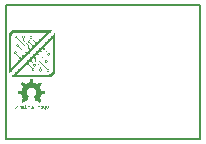
<source format=gbo>
G04 MADE WITH FRITZING*
G04 WWW.FRITZING.ORG*
G04 DOUBLE SIDED*
G04 HOLES PLATED*
G04 CONTOUR ON CENTER OF CONTOUR VECTOR*
%ASAXBY*%
%FSLAX23Y23*%
%MOIN*%
%OFA0B0*%
%SFA1.0B1.0*%
%ADD10R,0.653543X0.456693X0.637543X0.440693*%
%ADD11C,0.008000*%
%ADD12R,0.001000X0.001000*%
%LNSILK0*%
G90*
G70*
G54D11*
X4Y453D02*
X650Y453D01*
X650Y4D01*
X4Y4D01*
X4Y453D01*
D02*
G36*
X151Y368D02*
X151Y368D01*
X154Y368D01*
X154Y367D01*
X156Y367D01*
X156Y366D01*
X157Y366D01*
X157Y366D01*
X156Y366D01*
X156Y365D01*
X155Y365D01*
X155Y364D01*
X154Y364D01*
X154Y363D01*
X154Y363D01*
X154Y363D01*
X153Y363D01*
X153Y362D01*
X152Y362D01*
X152Y361D01*
X152Y361D01*
X152Y360D01*
X35Y360D01*
X35Y360D01*
X32Y360D01*
X32Y359D01*
X30Y359D01*
X30Y358D01*
X29Y358D01*
X29Y358D01*
X27Y358D01*
X27Y357D01*
X27Y357D01*
X27Y356D01*
X26Y356D01*
X26Y355D01*
X25Y355D01*
X25Y355D01*
X24Y355D01*
X24Y354D01*
X24Y354D01*
X24Y353D01*
X23Y353D01*
X23Y352D01*
X22Y352D01*
X22Y351D01*
X22Y351D01*
X22Y350D01*
X21Y350D01*
X21Y347D01*
X20Y347D01*
X20Y241D01*
X12Y241D01*
X12Y354D01*
X13Y354D01*
X13Y356D01*
X14Y356D01*
X14Y358D01*
X14Y358D01*
X14Y359D01*
X15Y359D01*
X15Y360D01*
X16Y360D01*
X16Y361D01*
X17Y361D01*
X17Y362D01*
X17Y362D01*
X17Y363D01*
X18Y363D01*
X18Y363D01*
X19Y363D01*
X19Y364D01*
X20Y364D01*
X20Y365D01*
X21Y365D01*
X21Y366D01*
X22Y366D01*
X22Y366D01*
X24Y366D01*
X24Y367D01*
X26Y367D01*
X26Y368D01*
X29Y368D01*
X29Y368D01*
X151Y368D01*
G37*
D02*
G36*
X151Y360D02*
X151Y360D01*
X150Y360D01*
X150Y359D01*
X149Y359D01*
X149Y358D01*
X149Y358D01*
X149Y358D01*
X148Y358D01*
X148Y357D01*
X147Y357D01*
X147Y356D01*
X147Y356D01*
X147Y355D01*
X146Y355D01*
X146Y355D01*
X145Y355D01*
X145Y354D01*
X144Y354D01*
X144Y353D01*
X144Y353D01*
X144Y353D01*
X143Y353D01*
X143Y352D01*
X142Y352D01*
X142Y351D01*
X141Y351D01*
X141Y350D01*
X141Y350D01*
X141Y350D01*
X140Y350D01*
X140Y349D01*
X139Y349D01*
X139Y348D01*
X139Y348D01*
X139Y347D01*
X138Y347D01*
X138Y347D01*
X137Y347D01*
X137Y346D01*
X136Y346D01*
X136Y345D01*
X136Y345D01*
X136Y345D01*
X135Y345D01*
X135Y344D01*
X134Y344D01*
X134Y343D01*
X134Y343D01*
X134Y342D01*
X133Y342D01*
X133Y342D01*
X132Y342D01*
X132Y341D01*
X131Y341D01*
X131Y340D01*
X131Y340D01*
X131Y340D01*
X130Y340D01*
X130Y339D01*
X129Y339D01*
X129Y338D01*
X128Y338D01*
X128Y337D01*
X128Y337D01*
X128Y337D01*
X127Y337D01*
X127Y336D01*
X126Y336D01*
X126Y335D01*
X126Y335D01*
X126Y334D01*
X125Y334D01*
X125Y334D01*
X124Y334D01*
X124Y333D01*
X123Y333D01*
X123Y332D01*
X123Y332D01*
X123Y332D01*
X122Y332D01*
X122Y331D01*
X121Y331D01*
X121Y330D01*
X121Y330D01*
X121Y329D01*
X120Y329D01*
X120Y329D01*
X119Y329D01*
X119Y328D01*
X118Y328D01*
X118Y327D01*
X107Y327D01*
X107Y328D01*
X108Y328D01*
X108Y329D01*
X108Y329D01*
X108Y329D01*
X109Y329D01*
X109Y330D01*
X110Y330D01*
X110Y331D01*
X110Y331D01*
X110Y332D01*
X111Y332D01*
X111Y332D01*
X112Y332D01*
X112Y333D01*
X113Y333D01*
X113Y334D01*
X113Y334D01*
X113Y334D01*
X114Y334D01*
X114Y335D01*
X115Y335D01*
X115Y336D01*
X115Y336D01*
X115Y337D01*
X116Y337D01*
X116Y337D01*
X117Y337D01*
X117Y338D01*
X118Y338D01*
X118Y339D01*
X118Y339D01*
X118Y340D01*
X119Y340D01*
X119Y340D01*
X120Y340D01*
X120Y341D01*
X121Y341D01*
X121Y342D01*
X121Y342D01*
X121Y342D01*
X122Y342D01*
X122Y343D01*
X123Y343D01*
X123Y344D01*
X123Y344D01*
X123Y345D01*
X124Y345D01*
X124Y345D01*
X125Y345D01*
X125Y346D01*
X126Y346D01*
X126Y347D01*
X126Y347D01*
X126Y347D01*
X127Y347D01*
X127Y348D01*
X128Y348D01*
X128Y349D01*
X128Y349D01*
X128Y350D01*
X129Y350D01*
X129Y350D01*
X130Y350D01*
X130Y351D01*
X131Y351D01*
X131Y352D01*
X131Y352D01*
X131Y353D01*
X132Y353D01*
X132Y353D01*
X133Y353D01*
X133Y354D01*
X134Y354D01*
X134Y355D01*
X134Y355D01*
X134Y355D01*
X135Y355D01*
X135Y356D01*
X136Y356D01*
X136Y357D01*
X136Y357D01*
X136Y358D01*
X137Y358D01*
X137Y358D01*
X138Y358D01*
X138Y359D01*
X139Y359D01*
X139Y360D01*
X151Y360D01*
G37*
D02*
G36*
X38Y350D02*
X38Y350D01*
X39Y350D01*
X39Y349D01*
X40Y349D01*
X40Y348D01*
X35Y348D01*
X35Y347D01*
X34Y347D01*
X34Y345D01*
X35Y345D01*
X35Y344D01*
X32Y344D01*
X32Y345D01*
X32Y345D01*
X32Y347D01*
X32Y347D01*
X32Y349D01*
X33Y349D01*
X33Y350D01*
X34Y350D01*
X34Y350D01*
X38Y350D01*
G37*
D02*
G36*
X64Y350D02*
X64Y349D01*
X65Y349D01*
X65Y348D01*
X66Y348D01*
X66Y347D01*
X61Y347D01*
X61Y347D01*
X60Y347D01*
X60Y344D01*
X61Y344D01*
X61Y343D01*
X58Y343D01*
X58Y347D01*
X58Y347D01*
X58Y348D01*
X59Y348D01*
X59Y349D01*
X60Y349D01*
X60Y350D01*
X64Y350D01*
G37*
D02*
G36*
X88Y348D02*
X88Y347D01*
X89Y347D01*
X89Y347D01*
X90Y347D01*
X90Y346D01*
X85Y346D01*
X85Y345D01*
X84Y345D01*
X84Y342D01*
X85Y342D01*
X85Y342D01*
X82Y342D01*
X82Y343D01*
X82Y343D01*
X82Y345D01*
X82Y345D01*
X82Y346D01*
X83Y346D01*
X83Y347D01*
X84Y347D01*
X84Y347D01*
X84Y347D01*
X84Y348D01*
X88Y348D01*
G37*
D02*
G36*
X40Y348D02*
X40Y344D01*
X37Y344D01*
X37Y345D01*
X38Y345D01*
X38Y347D01*
X37Y347D01*
X37Y348D01*
X40Y348D01*
G37*
D02*
G36*
X66Y347D02*
X66Y343D01*
X63Y343D01*
X63Y344D01*
X64Y344D01*
X64Y347D01*
X63Y347D01*
X63Y347D01*
X66Y347D01*
G37*
D02*
G36*
X90Y346D02*
X90Y345D01*
X91Y345D01*
X91Y342D01*
X90Y342D01*
X90Y342D01*
X88Y342D01*
X88Y343D01*
X89Y343D01*
X89Y345D01*
X88Y345D01*
X88Y345D01*
X87Y345D01*
X87Y346D01*
X90Y346D01*
G37*
D02*
G36*
X40Y344D02*
X40Y343D01*
X32Y343D01*
X32Y344D01*
X40Y344D01*
G37*
D02*
G36*
X40Y344D02*
X40Y343D01*
X32Y343D01*
X32Y344D01*
X40Y344D01*
G37*
D02*
G36*
X66Y343D02*
X66Y342D01*
X58Y342D01*
X58Y343D01*
X66Y343D01*
G37*
D02*
G36*
X66Y343D02*
X66Y342D01*
X58Y342D01*
X58Y343D01*
X66Y343D01*
G37*
D02*
G36*
X40Y343D02*
X40Y342D01*
X41Y342D01*
X41Y342D01*
X42Y342D01*
X42Y341D01*
X43Y341D01*
X43Y340D01*
X43Y340D01*
X43Y340D01*
X44Y340D01*
X44Y339D01*
X45Y339D01*
X45Y338D01*
X45Y338D01*
X45Y337D01*
X46Y337D01*
X46Y337D01*
X47Y337D01*
X47Y336D01*
X48Y336D01*
X48Y335D01*
X48Y335D01*
X48Y334D01*
X49Y334D01*
X49Y334D01*
X50Y334D01*
X50Y333D01*
X50Y333D01*
X50Y332D01*
X51Y332D01*
X51Y332D01*
X52Y332D01*
X52Y331D01*
X53Y331D01*
X53Y330D01*
X53Y330D01*
X53Y329D01*
X54Y329D01*
X54Y329D01*
X55Y329D01*
X55Y328D01*
X56Y328D01*
X56Y327D01*
X56Y327D01*
X56Y327D01*
X57Y327D01*
X57Y326D01*
X58Y326D01*
X58Y325D01*
X58Y325D01*
X58Y324D01*
X59Y324D01*
X59Y324D01*
X60Y324D01*
X60Y323D01*
X61Y323D01*
X61Y322D01*
X61Y322D01*
X61Y321D01*
X62Y321D01*
X62Y321D01*
X63Y321D01*
X63Y320D01*
X63Y320D01*
X63Y319D01*
X64Y319D01*
X64Y319D01*
X65Y319D01*
X65Y318D01*
X66Y318D01*
X66Y317D01*
X66Y317D01*
X66Y316D01*
X67Y316D01*
X67Y300D01*
X68Y300D01*
X68Y296D01*
X66Y296D01*
X66Y316D01*
X65Y316D01*
X65Y316D01*
X64Y316D01*
X64Y317D01*
X63Y317D01*
X63Y318D01*
X63Y318D01*
X63Y319D01*
X62Y319D01*
X62Y319D01*
X61Y319D01*
X61Y320D01*
X61Y320D01*
X61Y321D01*
X60Y321D01*
X60Y321D01*
X59Y321D01*
X59Y322D01*
X58Y322D01*
X58Y323D01*
X58Y323D01*
X58Y324D01*
X57Y324D01*
X57Y324D01*
X56Y324D01*
X56Y325D01*
X56Y325D01*
X56Y326D01*
X55Y326D01*
X55Y327D01*
X54Y327D01*
X54Y327D01*
X53Y327D01*
X53Y328D01*
X53Y328D01*
X53Y329D01*
X52Y329D01*
X52Y329D01*
X51Y329D01*
X51Y330D01*
X50Y330D01*
X50Y331D01*
X50Y331D01*
X50Y332D01*
X49Y332D01*
X49Y332D01*
X48Y332D01*
X48Y333D01*
X48Y333D01*
X48Y334D01*
X47Y334D01*
X47Y334D01*
X46Y334D01*
X46Y335D01*
X45Y335D01*
X45Y336D01*
X45Y336D01*
X45Y337D01*
X44Y337D01*
X44Y337D01*
X43Y337D01*
X43Y338D01*
X43Y338D01*
X43Y339D01*
X42Y339D01*
X42Y340D01*
X41Y340D01*
X41Y340D01*
X40Y340D01*
X40Y341D01*
X40Y341D01*
X40Y342D01*
X34Y342D01*
X34Y342D01*
X33Y342D01*
X33Y343D01*
X40Y343D01*
G37*
D02*
G36*
X65Y342D02*
X65Y342D01*
X64Y342D01*
X64Y341D01*
X62Y341D01*
X62Y335D01*
X63Y335D01*
X63Y334D01*
X63Y334D01*
X63Y334D01*
X64Y334D01*
X64Y333D01*
X65Y333D01*
X65Y332D01*
X66Y332D01*
X66Y332D01*
X66Y332D01*
X66Y331D01*
X67Y331D01*
X67Y330D01*
X68Y330D01*
X68Y329D01*
X69Y329D01*
X69Y329D01*
X69Y329D01*
X69Y328D01*
X70Y328D01*
X70Y327D01*
X71Y327D01*
X71Y327D01*
X71Y327D01*
X71Y326D01*
X72Y326D01*
X72Y325D01*
X73Y325D01*
X73Y324D01*
X74Y324D01*
X74Y324D01*
X74Y324D01*
X74Y323D01*
X75Y323D01*
X75Y322D01*
X76Y322D01*
X76Y321D01*
X76Y321D01*
X76Y321D01*
X77Y321D01*
X77Y320D01*
X78Y320D01*
X78Y319D01*
X79Y319D01*
X79Y319D01*
X79Y319D01*
X79Y308D01*
X78Y308D01*
X78Y317D01*
X77Y317D01*
X77Y318D01*
X76Y318D01*
X76Y319D01*
X76Y319D01*
X76Y319D01*
X75Y319D01*
X75Y320D01*
X74Y320D01*
X74Y321D01*
X74Y321D01*
X74Y321D01*
X73Y321D01*
X73Y322D01*
X72Y322D01*
X72Y323D01*
X71Y323D01*
X71Y324D01*
X71Y324D01*
X71Y324D01*
X70Y324D01*
X70Y325D01*
X69Y325D01*
X69Y326D01*
X69Y326D01*
X69Y327D01*
X68Y327D01*
X68Y327D01*
X67Y327D01*
X67Y328D01*
X66Y328D01*
X66Y329D01*
X66Y329D01*
X66Y329D01*
X65Y329D01*
X65Y330D01*
X64Y330D01*
X64Y331D01*
X63Y331D01*
X63Y332D01*
X63Y332D01*
X63Y332D01*
X62Y332D01*
X62Y333D01*
X61Y333D01*
X61Y334D01*
X61Y334D01*
X61Y341D01*
X60Y341D01*
X60Y342D01*
X59Y342D01*
X59Y342D01*
X65Y342D01*
G37*
D02*
G36*
X90Y342D02*
X90Y341D01*
X82Y341D01*
X82Y342D01*
X90Y342D01*
G37*
D02*
G36*
X90Y342D02*
X90Y341D01*
X82Y341D01*
X82Y342D01*
X90Y342D01*
G37*
D02*
G36*
X90Y341D02*
X90Y340D01*
X87Y340D01*
X87Y339D01*
X86Y339D01*
X86Y340D01*
X84Y340D01*
X84Y340D01*
X83Y340D01*
X83Y341D01*
X90Y341D01*
G37*
D02*
G36*
X91Y340D02*
X91Y339D01*
X92Y339D01*
X92Y338D01*
X92Y338D01*
X92Y337D01*
X93Y337D01*
X93Y337D01*
X94Y337D01*
X94Y336D01*
X95Y336D01*
X95Y335D01*
X95Y335D01*
X95Y334D01*
X96Y334D01*
X96Y334D01*
X97Y334D01*
X97Y333D01*
X97Y333D01*
X97Y332D01*
X98Y332D01*
X98Y332D01*
X99Y332D01*
X99Y331D01*
X100Y331D01*
X100Y330D01*
X100Y330D01*
X100Y329D01*
X101Y329D01*
X101Y329D01*
X99Y329D01*
X99Y329D01*
X98Y329D01*
X98Y330D01*
X97Y330D01*
X97Y331D01*
X97Y331D01*
X97Y332D01*
X96Y332D01*
X96Y332D01*
X95Y332D01*
X95Y333D01*
X95Y333D01*
X95Y334D01*
X94Y334D01*
X94Y334D01*
X93Y334D01*
X93Y335D01*
X92Y335D01*
X92Y336D01*
X92Y336D01*
X92Y337D01*
X91Y337D01*
X91Y337D01*
X90Y337D01*
X90Y338D01*
X89Y338D01*
X89Y339D01*
X89Y339D01*
X89Y340D01*
X91Y340D01*
G37*
D02*
G36*
X83Y334D02*
X83Y333D01*
X84Y333D01*
X84Y332D01*
X84Y332D01*
X84Y332D01*
X79Y332D01*
X79Y331D01*
X79Y331D01*
X79Y328D01*
X79Y328D01*
X79Y327D01*
X76Y327D01*
X76Y332D01*
X77Y332D01*
X77Y332D01*
X78Y332D01*
X78Y333D01*
X79Y333D01*
X79Y334D01*
X83Y334D01*
G37*
D02*
G36*
X85Y332D02*
X85Y327D01*
X82Y327D01*
X82Y328D01*
X83Y328D01*
X83Y331D01*
X82Y331D01*
X82Y332D01*
X85Y332D01*
G37*
D02*
G36*
X104Y329D02*
X104Y329D01*
X102Y329D01*
X102Y329D01*
X104Y329D01*
G37*
D02*
G36*
X105Y329D02*
X105Y328D01*
X100Y328D01*
X100Y329D01*
X105Y329D01*
G37*
D02*
G36*
X105Y329D02*
X105Y328D01*
X100Y328D01*
X100Y329D01*
X105Y329D01*
G37*
D02*
G36*
X105Y328D02*
X105Y327D01*
X100Y327D01*
X100Y328D01*
X105Y328D01*
G37*
D02*
G36*
X118Y327D02*
X118Y327D01*
X100Y327D01*
X100Y327D01*
X118Y327D01*
G37*
D02*
G36*
X118Y327D02*
X118Y327D01*
X100Y327D01*
X100Y327D01*
X118Y327D01*
G37*
D02*
G36*
X84Y327D02*
X84Y327D01*
X77Y327D01*
X77Y327D01*
X84Y327D01*
G37*
D02*
G36*
X84Y327D02*
X84Y327D01*
X77Y327D01*
X77Y327D01*
X84Y327D01*
G37*
D02*
G36*
X117Y327D02*
X117Y326D01*
X116Y326D01*
X116Y325D01*
X115Y325D01*
X115Y324D01*
X115Y324D01*
X115Y324D01*
X114Y324D01*
X114Y323D01*
X113Y323D01*
X113Y322D01*
X113Y322D01*
X113Y321D01*
X112Y321D01*
X112Y321D01*
X111Y321D01*
X111Y320D01*
X110Y320D01*
X110Y319D01*
X110Y319D01*
X110Y319D01*
X109Y319D01*
X109Y318D01*
X108Y318D01*
X108Y317D01*
X97Y317D01*
X97Y318D01*
X97Y318D01*
X97Y319D01*
X98Y319D01*
X98Y319D01*
X99Y319D01*
X99Y320D01*
X100Y320D01*
X100Y321D01*
X100Y321D01*
X100Y321D01*
X101Y321D01*
X101Y324D01*
X100Y324D01*
X100Y324D01*
X100Y324D01*
X100Y325D01*
X99Y325D01*
X99Y326D01*
X100Y326D01*
X100Y327D01*
X117Y327D01*
G37*
D02*
G36*
X84Y327D02*
X84Y326D01*
X85Y326D01*
X85Y325D01*
X86Y325D01*
X86Y324D01*
X87Y324D01*
X87Y324D01*
X87Y324D01*
X87Y323D01*
X88Y323D01*
X88Y322D01*
X89Y322D01*
X89Y321D01*
X89Y321D01*
X89Y321D01*
X90Y321D01*
X90Y320D01*
X91Y320D01*
X91Y319D01*
X89Y319D01*
X89Y320D01*
X88Y320D01*
X88Y321D01*
X87Y321D01*
X87Y321D01*
X87Y321D01*
X87Y322D01*
X86Y322D01*
X86Y323D01*
X85Y323D01*
X85Y324D01*
X84Y324D01*
X84Y324D01*
X84Y324D01*
X84Y325D01*
X79Y325D01*
X79Y326D01*
X78Y326D01*
X78Y327D01*
X84Y327D01*
G37*
D02*
G36*
X45Y321D02*
X45Y321D01*
X45Y321D01*
X45Y320D01*
X46Y320D01*
X46Y319D01*
X41Y319D01*
X41Y319D01*
X40Y319D01*
X40Y316D01*
X41Y316D01*
X41Y315D01*
X38Y315D01*
X38Y319D01*
X39Y319D01*
X39Y320D01*
X40Y320D01*
X40Y321D01*
X40Y321D01*
X40Y321D01*
X45Y321D01*
G37*
D02*
G36*
X93Y320D02*
X93Y319D01*
X92Y319D01*
X92Y320D01*
X93Y320D01*
G37*
D02*
G36*
X94Y319D02*
X94Y319D01*
X89Y319D01*
X89Y319D01*
X94Y319D01*
G37*
D02*
G36*
X94Y319D02*
X94Y319D01*
X89Y319D01*
X89Y319D01*
X94Y319D01*
G37*
D02*
G36*
X46Y319D02*
X46Y319D01*
X47Y319D01*
X47Y315D01*
X44Y315D01*
X44Y316D01*
X45Y316D01*
X45Y318D01*
X44Y318D01*
X44Y319D01*
X43Y319D01*
X43Y319D01*
X46Y319D01*
G37*
D02*
G36*
X95Y319D02*
X95Y318D01*
X95Y318D01*
X95Y317D01*
X90Y317D01*
X90Y319D01*
X95Y319D01*
G37*
D02*
G36*
X108Y317D02*
X108Y316D01*
X89Y316D01*
X89Y317D01*
X108Y317D01*
G37*
D02*
G36*
X108Y317D02*
X108Y316D01*
X89Y316D01*
X89Y317D01*
X108Y317D01*
G37*
D02*
G36*
X107Y316D02*
X107Y316D01*
X106Y316D01*
X106Y315D01*
X105Y315D01*
X105Y314D01*
X105Y314D01*
X105Y314D01*
X104Y314D01*
X104Y313D01*
X103Y313D01*
X103Y312D01*
X102Y312D01*
X102Y311D01*
X102Y311D01*
X102Y311D01*
X101Y311D01*
X101Y310D01*
X100Y310D01*
X100Y309D01*
X100Y309D01*
X100Y308D01*
X99Y308D01*
X99Y308D01*
X98Y308D01*
X98Y307D01*
X97Y307D01*
X97Y306D01*
X86Y306D01*
X86Y307D01*
X87Y307D01*
X87Y308D01*
X87Y308D01*
X87Y308D01*
X88Y308D01*
X88Y309D01*
X89Y309D01*
X89Y310D01*
X89Y310D01*
X89Y311D01*
X90Y311D01*
X90Y311D01*
X91Y311D01*
X91Y312D01*
X92Y312D01*
X92Y313D01*
X91Y313D01*
X91Y314D01*
X90Y314D01*
X90Y314D01*
X89Y314D01*
X89Y315D01*
X89Y315D01*
X89Y316D01*
X107Y316D01*
G37*
D02*
G36*
X46Y315D02*
X46Y314D01*
X39Y314D01*
X39Y315D01*
X46Y315D01*
G37*
D02*
G36*
X46Y315D02*
X46Y314D01*
X39Y314D01*
X39Y315D01*
X46Y315D01*
G37*
D02*
G36*
X47Y314D02*
X47Y314D01*
X48Y314D01*
X48Y313D01*
X48Y313D01*
X48Y312D01*
X49Y312D01*
X49Y311D01*
X50Y311D01*
X50Y311D01*
X50Y311D01*
X50Y310D01*
X51Y310D01*
X51Y309D01*
X52Y309D01*
X52Y308D01*
X53Y308D01*
X53Y308D01*
X53Y308D01*
X53Y307D01*
X54Y307D01*
X54Y306D01*
X55Y306D01*
X55Y306D01*
X56Y306D01*
X56Y305D01*
X56Y305D01*
X56Y304D01*
X57Y304D01*
X57Y287D01*
X58Y287D01*
X58Y286D01*
X56Y286D01*
X56Y303D01*
X55Y303D01*
X55Y303D01*
X54Y303D01*
X54Y304D01*
X53Y304D01*
X53Y305D01*
X53Y305D01*
X53Y306D01*
X52Y306D01*
X52Y306D01*
X51Y306D01*
X51Y307D01*
X50Y307D01*
X50Y308D01*
X50Y308D01*
X50Y308D01*
X49Y308D01*
X49Y309D01*
X48Y309D01*
X48Y310D01*
X48Y310D01*
X48Y311D01*
X47Y311D01*
X47Y311D01*
X46Y311D01*
X46Y312D01*
X45Y312D01*
X45Y313D01*
X40Y313D01*
X40Y314D01*
X39Y314D01*
X39Y314D01*
X47Y314D01*
G37*
D02*
G36*
X82Y309D02*
X82Y308D01*
X83Y308D01*
X83Y308D01*
X81Y308D01*
X81Y308D01*
X82Y308D01*
X82Y309D01*
X82Y309D01*
G37*
D02*
G36*
X84Y308D02*
X84Y307D01*
X78Y307D01*
X78Y308D01*
X84Y308D01*
G37*
D02*
G36*
X84Y308D02*
X84Y307D01*
X78Y307D01*
X78Y308D01*
X84Y308D01*
G37*
D02*
G36*
X84Y307D02*
X84Y306D01*
X78Y306D01*
X78Y307D01*
X84Y307D01*
G37*
D02*
G36*
X97Y306D02*
X97Y306D01*
X79Y306D01*
X79Y306D01*
X97Y306D01*
G37*
D02*
G36*
X97Y306D02*
X97Y306D01*
X79Y306D01*
X79Y306D01*
X97Y306D01*
G37*
D02*
G36*
X96Y306D02*
X96Y305D01*
X95Y305D01*
X95Y304D01*
X95Y304D01*
X95Y303D01*
X94Y303D01*
X94Y303D01*
X93Y303D01*
X93Y302D01*
X92Y302D01*
X92Y301D01*
X92Y301D01*
X92Y301D01*
X91Y301D01*
X91Y300D01*
X90Y300D01*
X90Y299D01*
X89Y299D01*
X89Y298D01*
X89Y298D01*
X89Y298D01*
X88Y298D01*
X88Y297D01*
X87Y297D01*
X87Y296D01*
X87Y296D01*
X87Y295D01*
X86Y295D01*
X86Y295D01*
X74Y295D01*
X74Y295D01*
X75Y295D01*
X75Y296D01*
X76Y296D01*
X76Y297D01*
X76Y297D01*
X76Y298D01*
X77Y298D01*
X77Y298D01*
X78Y298D01*
X78Y299D01*
X79Y299D01*
X79Y300D01*
X79Y300D01*
X79Y301D01*
X80Y301D01*
X80Y303D01*
X79Y303D01*
X79Y303D01*
X79Y303D01*
X79Y304D01*
X78Y304D01*
X78Y306D01*
X96Y306D01*
G37*
D02*
G36*
X71Y298D02*
X71Y297D01*
X71Y297D01*
X71Y296D01*
X69Y296D01*
X69Y297D01*
X70Y297D01*
X70Y298D01*
X71Y298D01*
G37*
D02*
G36*
X35Y298D02*
X35Y297D01*
X37Y297D01*
X37Y296D01*
X37Y296D01*
X37Y295D01*
X38Y295D01*
X38Y295D01*
X32Y295D01*
X32Y291D01*
X30Y291D01*
X30Y292D01*
X30Y292D01*
X30Y294D01*
X30Y294D01*
X30Y295D01*
X31Y295D01*
X31Y296D01*
X32Y296D01*
X32Y297D01*
X33Y297D01*
X33Y298D01*
X35Y298D01*
G37*
D02*
G36*
X72Y296D02*
X72Y295D01*
X66Y295D01*
X66Y296D01*
X72Y296D01*
G37*
D02*
G36*
X72Y296D02*
X72Y295D01*
X66Y295D01*
X66Y296D01*
X72Y296D01*
G37*
D02*
G36*
X73Y295D02*
X73Y295D01*
X67Y295D01*
X67Y295D01*
X73Y295D01*
G37*
D02*
G36*
X85Y295D02*
X85Y294D01*
X67Y294D01*
X67Y295D01*
X85Y295D01*
G37*
D02*
G36*
X85Y295D02*
X85Y294D01*
X67Y294D01*
X67Y295D01*
X85Y295D01*
G37*
D02*
G36*
X38Y295D02*
X38Y294D01*
X39Y294D01*
X39Y292D01*
X38Y292D01*
X38Y291D01*
X36Y291D01*
X36Y295D01*
X38Y295D01*
G37*
D02*
G36*
X84Y294D02*
X84Y293D01*
X84Y293D01*
X84Y293D01*
X83Y293D01*
X83Y292D01*
X82Y292D01*
X82Y291D01*
X82Y291D01*
X82Y290D01*
X81Y290D01*
X81Y290D01*
X80Y290D01*
X80Y289D01*
X79Y289D01*
X79Y288D01*
X79Y288D01*
X79Y288D01*
X78Y288D01*
X78Y287D01*
X77Y287D01*
X77Y286D01*
X76Y286D01*
X76Y285D01*
X76Y285D01*
X76Y285D01*
X64Y285D01*
X64Y285D01*
X65Y285D01*
X65Y286D01*
X66Y286D01*
X66Y287D01*
X66Y287D01*
X66Y288D01*
X67Y288D01*
X67Y288D01*
X68Y288D01*
X68Y289D01*
X69Y289D01*
X69Y291D01*
X68Y291D01*
X68Y292D01*
X67Y292D01*
X67Y293D01*
X66Y293D01*
X66Y294D01*
X84Y294D01*
G37*
D02*
G36*
X38Y291D02*
X38Y290D01*
X30Y290D01*
X30Y291D01*
X38Y291D01*
G37*
D02*
G36*
X38Y291D02*
X38Y290D01*
X30Y290D01*
X30Y291D01*
X38Y291D01*
G37*
D02*
G36*
X37Y290D02*
X37Y290D01*
X38Y290D01*
X38Y289D01*
X35Y289D01*
X35Y288D01*
X33Y288D01*
X33Y289D01*
X32Y289D01*
X32Y290D01*
X31Y290D01*
X31Y290D01*
X37Y290D01*
G37*
D02*
G36*
X39Y289D02*
X39Y288D01*
X40Y288D01*
X40Y288D01*
X40Y288D01*
X40Y287D01*
X41Y287D01*
X41Y286D01*
X42Y286D01*
X42Y285D01*
X43Y285D01*
X43Y285D01*
X43Y285D01*
X43Y284D01*
X44Y284D01*
X44Y283D01*
X45Y283D01*
X45Y282D01*
X45Y282D01*
X45Y282D01*
X46Y282D01*
X46Y281D01*
X47Y281D01*
X47Y280D01*
X48Y280D01*
X48Y280D01*
X48Y280D01*
X48Y279D01*
X49Y279D01*
X49Y278D01*
X46Y278D01*
X46Y279D01*
X45Y279D01*
X45Y280D01*
X45Y280D01*
X45Y280D01*
X44Y280D01*
X44Y281D01*
X43Y281D01*
X43Y282D01*
X43Y282D01*
X43Y282D01*
X42Y282D01*
X42Y283D01*
X41Y283D01*
X41Y284D01*
X40Y284D01*
X40Y285D01*
X40Y285D01*
X40Y285D01*
X39Y285D01*
X39Y286D01*
X38Y286D01*
X38Y287D01*
X37Y287D01*
X37Y288D01*
X37Y288D01*
X37Y288D01*
X36Y288D01*
X36Y289D01*
X39Y289D01*
G37*
D02*
G36*
X61Y287D02*
X61Y286D01*
X59Y286D01*
X59Y287D01*
X61Y287D01*
G37*
D02*
G36*
X61Y286D02*
X61Y285D01*
X56Y285D01*
X56Y286D01*
X61Y286D01*
G37*
D02*
G36*
X61Y286D02*
X61Y285D01*
X56Y285D01*
X56Y286D01*
X61Y286D01*
G37*
D02*
G36*
X62Y285D02*
X62Y285D01*
X57Y285D01*
X57Y285D01*
X62Y285D01*
G37*
D02*
G36*
X75Y285D02*
X75Y284D01*
X57Y284D01*
X57Y285D01*
X75Y285D01*
G37*
D02*
G36*
X75Y285D02*
X75Y284D01*
X57Y284D01*
X57Y285D01*
X75Y285D01*
G37*
D02*
G36*
X74Y284D02*
X74Y283D01*
X74Y283D01*
X74Y282D01*
X73Y282D01*
X73Y282D01*
X72Y282D01*
X72Y281D01*
X71Y281D01*
X71Y280D01*
X71Y280D01*
X71Y280D01*
X70Y280D01*
X70Y279D01*
X69Y279D01*
X69Y278D01*
X69Y278D01*
X69Y277D01*
X68Y277D01*
X68Y277D01*
X67Y277D01*
X67Y276D01*
X56Y276D01*
X56Y277D01*
X56Y277D01*
X56Y277D01*
X57Y277D01*
X57Y278D01*
X58Y278D01*
X58Y279D01*
X58Y279D01*
X58Y281D01*
X58Y281D01*
X58Y282D01*
X57Y282D01*
X57Y282D01*
X56Y282D01*
X56Y284D01*
X74Y284D01*
G37*
D02*
G36*
X51Y279D02*
X51Y278D01*
X50Y278D01*
X50Y279D01*
X51Y279D01*
G37*
D02*
G36*
X52Y278D02*
X52Y277D01*
X47Y277D01*
X47Y278D01*
X52Y278D01*
G37*
D02*
G36*
X52Y278D02*
X52Y277D01*
X47Y277D01*
X47Y278D01*
X52Y278D01*
G37*
D02*
G36*
X53Y277D02*
X53Y277D01*
X53Y277D01*
X53Y276D01*
X48Y276D01*
X48Y277D01*
X48Y277D01*
X48Y277D01*
X53Y277D01*
G37*
D02*
G36*
X66Y276D02*
X66Y275D01*
X48Y275D01*
X48Y276D01*
X66Y276D01*
G37*
D02*
G36*
X66Y276D02*
X66Y275D01*
X48Y275D01*
X48Y276D01*
X66Y276D01*
G37*
D02*
G36*
X66Y275D02*
X66Y275D01*
X65Y275D01*
X65Y274D01*
X64Y274D01*
X64Y273D01*
X63Y273D01*
X63Y272D01*
X63Y272D01*
X63Y272D01*
X62Y272D01*
X62Y271D01*
X61Y271D01*
X61Y270D01*
X61Y270D01*
X61Y269D01*
X60Y269D01*
X60Y269D01*
X59Y269D01*
X59Y268D01*
X58Y268D01*
X58Y267D01*
X58Y267D01*
X58Y267D01*
X57Y267D01*
X57Y266D01*
X56Y266D01*
X56Y265D01*
X56Y265D01*
X56Y264D01*
X55Y264D01*
X55Y264D01*
X54Y264D01*
X54Y263D01*
X53Y263D01*
X53Y262D01*
X53Y262D01*
X53Y262D01*
X52Y262D01*
X52Y261D01*
X51Y261D01*
X51Y260D01*
X50Y260D01*
X50Y259D01*
X50Y259D01*
X50Y259D01*
X49Y259D01*
X49Y258D01*
X48Y258D01*
X48Y257D01*
X48Y257D01*
X48Y256D01*
X47Y256D01*
X47Y256D01*
X46Y256D01*
X46Y255D01*
X45Y255D01*
X45Y254D01*
X45Y254D01*
X45Y254D01*
X44Y254D01*
X44Y253D01*
X43Y253D01*
X43Y252D01*
X43Y252D01*
X43Y251D01*
X42Y251D01*
X42Y251D01*
X41Y251D01*
X41Y250D01*
X40Y250D01*
X40Y249D01*
X40Y249D01*
X40Y249D01*
X39Y249D01*
X39Y248D01*
X38Y248D01*
X38Y247D01*
X37Y247D01*
X37Y246D01*
X37Y246D01*
X37Y246D01*
X36Y246D01*
X36Y245D01*
X35Y245D01*
X35Y244D01*
X35Y244D01*
X35Y243D01*
X34Y243D01*
X34Y243D01*
X33Y243D01*
X33Y242D01*
X32Y242D01*
X32Y241D01*
X21Y241D01*
X21Y242D01*
X22Y242D01*
X22Y243D01*
X22Y243D01*
X22Y243D01*
X23Y243D01*
X23Y244D01*
X24Y244D01*
X24Y245D01*
X24Y245D01*
X24Y246D01*
X25Y246D01*
X25Y246D01*
X26Y246D01*
X26Y247D01*
X27Y247D01*
X27Y248D01*
X27Y248D01*
X27Y249D01*
X28Y249D01*
X28Y249D01*
X29Y249D01*
X29Y250D01*
X30Y250D01*
X30Y251D01*
X30Y251D01*
X30Y251D01*
X31Y251D01*
X31Y252D01*
X32Y252D01*
X32Y253D01*
X32Y253D01*
X32Y254D01*
X33Y254D01*
X33Y254D01*
X34Y254D01*
X34Y255D01*
X35Y255D01*
X35Y256D01*
X35Y256D01*
X35Y256D01*
X36Y256D01*
X36Y257D01*
X37Y257D01*
X37Y258D01*
X37Y258D01*
X37Y259D01*
X38Y259D01*
X38Y259D01*
X39Y259D01*
X39Y260D01*
X40Y260D01*
X40Y261D01*
X40Y261D01*
X40Y262D01*
X41Y262D01*
X41Y262D01*
X42Y262D01*
X42Y263D01*
X43Y263D01*
X43Y264D01*
X43Y264D01*
X43Y264D01*
X44Y264D01*
X44Y265D01*
X45Y265D01*
X45Y266D01*
X45Y266D01*
X45Y267D01*
X46Y267D01*
X46Y267D01*
X47Y267D01*
X47Y268D01*
X48Y268D01*
X48Y269D01*
X48Y269D01*
X48Y269D01*
X49Y269D01*
X49Y270D01*
X50Y270D01*
X50Y272D01*
X49Y272D01*
X49Y272D01*
X48Y272D01*
X48Y273D01*
X48Y273D01*
X48Y274D01*
X47Y274D01*
X47Y275D01*
X66Y275D01*
G37*
D02*
G36*
X32Y241D02*
X32Y241D01*
X12Y241D01*
X12Y241D01*
X32Y241D01*
G37*
D02*
G36*
X32Y241D02*
X32Y241D01*
X12Y241D01*
X12Y241D01*
X32Y241D01*
G37*
D02*
G36*
X31Y241D02*
X31Y240D01*
X30Y240D01*
X30Y239D01*
X30Y239D01*
X30Y238D01*
X29Y238D01*
X29Y238D01*
X28Y238D01*
X28Y237D01*
X27Y237D01*
X27Y236D01*
X27Y236D01*
X27Y236D01*
X26Y236D01*
X26Y235D01*
X25Y235D01*
X25Y234D01*
X24Y234D01*
X24Y233D01*
X24Y233D01*
X24Y233D01*
X23Y233D01*
X23Y232D01*
X22Y232D01*
X22Y231D01*
X22Y231D01*
X22Y230D01*
X21Y230D01*
X21Y230D01*
X20Y230D01*
X20Y229D01*
X19Y229D01*
X19Y228D01*
X19Y228D01*
X19Y228D01*
X18Y228D01*
X18Y227D01*
X17Y227D01*
X17Y226D01*
X17Y226D01*
X17Y225D01*
X16Y225D01*
X16Y225D01*
X15Y225D01*
X15Y224D01*
X14Y224D01*
X14Y223D01*
X14Y223D01*
X14Y225D01*
X13Y225D01*
X13Y227D01*
X12Y227D01*
X12Y241D01*
X31Y241D01*
G37*
D02*
G36*
X166Y357D02*
X166Y356D01*
X167Y356D01*
X167Y355D01*
X167Y355D01*
X167Y351D01*
X168Y351D01*
X168Y339D01*
X159Y339D01*
X159Y338D01*
X158Y338D01*
X158Y337D01*
X157Y337D01*
X157Y337D01*
X157Y337D01*
X157Y336D01*
X156Y336D01*
X156Y335D01*
X155Y335D01*
X155Y334D01*
X154Y334D01*
X154Y334D01*
X154Y334D01*
X154Y333D01*
X153Y333D01*
X153Y332D01*
X152Y332D01*
X152Y332D01*
X152Y332D01*
X152Y331D01*
X151Y331D01*
X151Y330D01*
X150Y330D01*
X150Y329D01*
X149Y329D01*
X149Y329D01*
X149Y329D01*
X149Y328D01*
X148Y328D01*
X148Y327D01*
X147Y327D01*
X147Y327D01*
X147Y327D01*
X147Y326D01*
X146Y326D01*
X146Y325D01*
X145Y325D01*
X145Y324D01*
X144Y324D01*
X144Y324D01*
X144Y324D01*
X144Y323D01*
X143Y323D01*
X143Y322D01*
X142Y322D01*
X142Y321D01*
X141Y321D01*
X141Y321D01*
X141Y321D01*
X141Y320D01*
X140Y320D01*
X140Y319D01*
X139Y319D01*
X139Y319D01*
X139Y319D01*
X139Y318D01*
X138Y318D01*
X138Y317D01*
X137Y317D01*
X137Y316D01*
X136Y316D01*
X136Y316D01*
X136Y316D01*
X136Y315D01*
X135Y315D01*
X135Y314D01*
X134Y314D01*
X134Y314D01*
X134Y314D01*
X134Y313D01*
X133Y313D01*
X133Y312D01*
X132Y312D01*
X132Y311D01*
X131Y311D01*
X131Y311D01*
X131Y311D01*
X131Y310D01*
X130Y310D01*
X130Y308D01*
X131Y308D01*
X131Y308D01*
X131Y308D01*
X131Y307D01*
X132Y307D01*
X132Y306D01*
X133Y306D01*
X133Y305D01*
X125Y305D01*
X125Y304D01*
X124Y304D01*
X124Y303D01*
X123Y303D01*
X123Y303D01*
X123Y303D01*
X123Y302D01*
X122Y302D01*
X122Y301D01*
X121Y301D01*
X121Y300D01*
X122Y300D01*
X122Y299D01*
X123Y299D01*
X123Y298D01*
X123Y298D01*
X123Y298D01*
X124Y298D01*
X124Y297D01*
X123Y297D01*
X123Y296D01*
X116Y296D01*
X116Y295D01*
X115Y295D01*
X115Y295D01*
X115Y295D01*
X115Y294D01*
X114Y294D01*
X114Y293D01*
X113Y293D01*
X113Y293D01*
X113Y293D01*
X113Y292D01*
X112Y292D01*
X112Y291D01*
X111Y291D01*
X111Y290D01*
X112Y290D01*
X112Y289D01*
X113Y289D01*
X113Y288D01*
X113Y288D01*
X113Y288D01*
X114Y288D01*
X114Y287D01*
X113Y287D01*
X113Y286D01*
X106Y286D01*
X106Y285D01*
X105Y285D01*
X105Y285D01*
X105Y285D01*
X105Y284D01*
X104Y284D01*
X104Y283D01*
X103Y283D01*
X103Y282D01*
X102Y282D01*
X102Y282D01*
X102Y282D01*
X102Y281D01*
X101Y281D01*
X101Y280D01*
X100Y280D01*
X100Y280D01*
X100Y280D01*
X100Y278D01*
X100Y278D01*
X100Y277D01*
X101Y277D01*
X101Y277D01*
X102Y277D01*
X102Y276D01*
X102Y276D01*
X102Y275D01*
X102Y275D01*
X102Y275D01*
X95Y275D01*
X95Y274D01*
X94Y274D01*
X94Y273D01*
X93Y273D01*
X93Y272D01*
X92Y272D01*
X92Y272D01*
X92Y272D01*
X92Y271D01*
X91Y271D01*
X91Y270D01*
X90Y270D01*
X90Y269D01*
X89Y269D01*
X89Y269D01*
X89Y269D01*
X89Y267D01*
X89Y267D01*
X89Y266D01*
X90Y266D01*
X90Y265D01*
X91Y265D01*
X91Y264D01*
X90Y264D01*
X90Y263D01*
X83Y263D01*
X83Y262D01*
X82Y262D01*
X82Y262D01*
X82Y262D01*
X82Y261D01*
X81Y261D01*
X81Y260D01*
X80Y260D01*
X80Y259D01*
X79Y259D01*
X79Y259D01*
X79Y259D01*
X79Y257D01*
X79Y257D01*
X79Y256D01*
X80Y256D01*
X80Y256D01*
X81Y256D01*
X81Y254D01*
X80Y254D01*
X80Y254D01*
X74Y254D01*
X74Y253D01*
X73Y253D01*
X73Y252D01*
X72Y252D01*
X72Y251D01*
X71Y251D01*
X71Y251D01*
X71Y251D01*
X71Y250D01*
X70Y250D01*
X70Y249D01*
X69Y249D01*
X69Y249D01*
X69Y249D01*
X69Y248D01*
X68Y248D01*
X68Y247D01*
X67Y247D01*
X67Y246D01*
X66Y246D01*
X66Y246D01*
X66Y246D01*
X66Y245D01*
X65Y245D01*
X65Y244D01*
X64Y244D01*
X64Y243D01*
X63Y243D01*
X63Y243D01*
X63Y243D01*
X63Y242D01*
X62Y242D01*
X62Y241D01*
X61Y241D01*
X61Y241D01*
X61Y241D01*
X61Y240D01*
X60Y240D01*
X60Y239D01*
X59Y239D01*
X59Y238D01*
X58Y238D01*
X58Y238D01*
X58Y238D01*
X58Y237D01*
X57Y237D01*
X57Y236D01*
X56Y236D01*
X56Y236D01*
X56Y236D01*
X56Y235D01*
X55Y235D01*
X55Y234D01*
X54Y234D01*
X54Y233D01*
X53Y233D01*
X53Y233D01*
X53Y233D01*
X53Y232D01*
X52Y232D01*
X52Y231D01*
X51Y231D01*
X51Y230D01*
X50Y230D01*
X50Y230D01*
X50Y230D01*
X50Y229D01*
X49Y229D01*
X49Y228D01*
X48Y228D01*
X48Y228D01*
X48Y228D01*
X48Y227D01*
X47Y227D01*
X47Y226D01*
X46Y226D01*
X46Y225D01*
X45Y225D01*
X45Y225D01*
X45Y225D01*
X45Y224D01*
X44Y224D01*
X44Y223D01*
X43Y223D01*
X43Y223D01*
X43Y223D01*
X43Y222D01*
X42Y222D01*
X42Y221D01*
X41Y221D01*
X41Y220D01*
X30Y220D01*
X30Y221D01*
X30Y221D01*
X30Y222D01*
X31Y222D01*
X31Y223D01*
X32Y223D01*
X32Y223D01*
X32Y223D01*
X32Y224D01*
X33Y224D01*
X33Y225D01*
X34Y225D01*
X34Y225D01*
X35Y225D01*
X35Y226D01*
X35Y226D01*
X35Y227D01*
X36Y227D01*
X36Y228D01*
X37Y228D01*
X37Y228D01*
X37Y228D01*
X37Y229D01*
X38Y229D01*
X38Y230D01*
X39Y230D01*
X39Y230D01*
X40Y230D01*
X40Y231D01*
X40Y231D01*
X40Y232D01*
X41Y232D01*
X41Y233D01*
X42Y233D01*
X42Y233D01*
X43Y233D01*
X43Y234D01*
X43Y234D01*
X43Y235D01*
X44Y235D01*
X44Y236D01*
X45Y236D01*
X45Y236D01*
X45Y236D01*
X45Y237D01*
X46Y237D01*
X46Y238D01*
X47Y238D01*
X47Y238D01*
X48Y238D01*
X48Y239D01*
X48Y239D01*
X48Y240D01*
X49Y240D01*
X49Y241D01*
X50Y241D01*
X50Y241D01*
X50Y241D01*
X50Y242D01*
X51Y242D01*
X51Y243D01*
X52Y243D01*
X52Y243D01*
X53Y243D01*
X53Y244D01*
X53Y244D01*
X53Y245D01*
X54Y245D01*
X54Y246D01*
X55Y246D01*
X55Y246D01*
X56Y246D01*
X56Y247D01*
X56Y247D01*
X56Y248D01*
X57Y248D01*
X57Y249D01*
X58Y249D01*
X58Y249D01*
X58Y249D01*
X58Y250D01*
X59Y250D01*
X59Y251D01*
X60Y251D01*
X60Y251D01*
X61Y251D01*
X61Y252D01*
X61Y252D01*
X61Y253D01*
X62Y253D01*
X62Y254D01*
X63Y254D01*
X63Y254D01*
X63Y254D01*
X63Y255D01*
X64Y255D01*
X64Y256D01*
X65Y256D01*
X65Y256D01*
X66Y256D01*
X66Y257D01*
X66Y257D01*
X66Y258D01*
X67Y258D01*
X67Y259D01*
X68Y259D01*
X68Y259D01*
X69Y259D01*
X69Y260D01*
X69Y260D01*
X69Y261D01*
X70Y261D01*
X70Y262D01*
X71Y262D01*
X71Y262D01*
X71Y262D01*
X71Y263D01*
X72Y263D01*
X72Y264D01*
X73Y264D01*
X73Y264D01*
X74Y264D01*
X74Y265D01*
X74Y265D01*
X74Y266D01*
X75Y266D01*
X75Y267D01*
X76Y267D01*
X76Y267D01*
X76Y267D01*
X76Y268D01*
X77Y268D01*
X77Y269D01*
X78Y269D01*
X78Y269D01*
X79Y269D01*
X79Y270D01*
X79Y270D01*
X79Y271D01*
X80Y271D01*
X80Y272D01*
X81Y272D01*
X81Y272D01*
X82Y272D01*
X82Y273D01*
X82Y273D01*
X82Y274D01*
X83Y274D01*
X83Y275D01*
X84Y275D01*
X84Y275D01*
X84Y275D01*
X84Y276D01*
X85Y276D01*
X85Y277D01*
X86Y277D01*
X86Y277D01*
X87Y277D01*
X87Y278D01*
X87Y278D01*
X87Y279D01*
X88Y279D01*
X88Y280D01*
X89Y280D01*
X89Y280D01*
X89Y280D01*
X89Y281D01*
X90Y281D01*
X90Y282D01*
X91Y282D01*
X91Y282D01*
X92Y282D01*
X92Y283D01*
X92Y283D01*
X92Y284D01*
X93Y284D01*
X93Y285D01*
X94Y285D01*
X94Y285D01*
X95Y285D01*
X95Y286D01*
X95Y286D01*
X95Y287D01*
X96Y287D01*
X96Y288D01*
X97Y288D01*
X97Y288D01*
X97Y288D01*
X97Y289D01*
X98Y289D01*
X98Y290D01*
X99Y290D01*
X99Y290D01*
X100Y290D01*
X100Y291D01*
X100Y291D01*
X100Y292D01*
X101Y292D01*
X101Y293D01*
X102Y293D01*
X102Y293D01*
X102Y293D01*
X102Y294D01*
X103Y294D01*
X103Y295D01*
X104Y295D01*
X104Y295D01*
X105Y295D01*
X105Y296D01*
X105Y296D01*
X105Y297D01*
X106Y297D01*
X106Y298D01*
X107Y298D01*
X107Y298D01*
X108Y298D01*
X108Y299D01*
X108Y299D01*
X108Y300D01*
X109Y300D01*
X109Y301D01*
X110Y301D01*
X110Y301D01*
X110Y301D01*
X110Y302D01*
X111Y302D01*
X111Y303D01*
X112Y303D01*
X112Y303D01*
X113Y303D01*
X113Y304D01*
X113Y304D01*
X113Y305D01*
X114Y305D01*
X114Y306D01*
X115Y306D01*
X115Y306D01*
X115Y306D01*
X115Y307D01*
X116Y307D01*
X116Y308D01*
X117Y308D01*
X117Y308D01*
X118Y308D01*
X118Y309D01*
X118Y309D01*
X118Y310D01*
X119Y310D01*
X119Y311D01*
X120Y311D01*
X120Y311D01*
X121Y311D01*
X121Y312D01*
X121Y312D01*
X121Y313D01*
X122Y313D01*
X122Y314D01*
X123Y314D01*
X123Y314D01*
X123Y314D01*
X123Y315D01*
X124Y315D01*
X124Y316D01*
X125Y316D01*
X125Y316D01*
X126Y316D01*
X126Y317D01*
X126Y317D01*
X126Y318D01*
X127Y318D01*
X127Y319D01*
X128Y319D01*
X128Y319D01*
X128Y319D01*
X128Y320D01*
X129Y320D01*
X129Y321D01*
X130Y321D01*
X130Y321D01*
X131Y321D01*
X131Y322D01*
X131Y322D01*
X131Y323D01*
X132Y323D01*
X132Y324D01*
X133Y324D01*
X133Y324D01*
X134Y324D01*
X134Y325D01*
X134Y325D01*
X134Y326D01*
X135Y326D01*
X135Y327D01*
X136Y327D01*
X136Y327D01*
X136Y327D01*
X136Y328D01*
X137Y328D01*
X137Y329D01*
X138Y329D01*
X138Y329D01*
X139Y329D01*
X139Y330D01*
X139Y330D01*
X139Y331D01*
X140Y331D01*
X140Y332D01*
X141Y332D01*
X141Y332D01*
X141Y332D01*
X141Y333D01*
X142Y333D01*
X142Y334D01*
X143Y334D01*
X143Y334D01*
X144Y334D01*
X144Y335D01*
X144Y335D01*
X144Y336D01*
X145Y336D01*
X145Y337D01*
X146Y337D01*
X146Y337D01*
X147Y337D01*
X147Y338D01*
X147Y338D01*
X147Y339D01*
X148Y339D01*
X148Y340D01*
X149Y340D01*
X149Y340D01*
X149Y340D01*
X149Y341D01*
X150Y341D01*
X150Y342D01*
X151Y342D01*
X151Y342D01*
X152Y342D01*
X152Y343D01*
X152Y343D01*
X152Y344D01*
X153Y344D01*
X153Y345D01*
X154Y345D01*
X154Y345D01*
X154Y345D01*
X154Y346D01*
X155Y346D01*
X155Y347D01*
X156Y347D01*
X156Y347D01*
X157Y347D01*
X157Y348D01*
X157Y348D01*
X157Y349D01*
X158Y349D01*
X158Y350D01*
X159Y350D01*
X159Y350D01*
X160Y350D01*
X160Y351D01*
X160Y351D01*
X160Y352D01*
X161Y352D01*
X161Y353D01*
X162Y353D01*
X162Y353D01*
X162Y353D01*
X162Y354D01*
X163Y354D01*
X163Y355D01*
X164Y355D01*
X164Y355D01*
X165Y355D01*
X165Y356D01*
X165Y356D01*
X165Y357D01*
X166Y357D01*
G37*
D02*
G36*
X168Y339D02*
X168Y229D01*
X167Y229D01*
X167Y226D01*
X167Y226D01*
X167Y224D01*
X166Y224D01*
X166Y223D01*
X165Y223D01*
X165Y221D01*
X165Y221D01*
X165Y220D01*
X147Y220D01*
X147Y221D01*
X149Y221D01*
X149Y222D01*
X151Y222D01*
X151Y223D01*
X152Y223D01*
X152Y223D01*
X153Y223D01*
X153Y224D01*
X154Y224D01*
X154Y225D01*
X154Y225D01*
X154Y225D01*
X155Y225D01*
X155Y226D01*
X156Y226D01*
X156Y227D01*
X157Y227D01*
X157Y228D01*
X157Y228D01*
X157Y229D01*
X158Y229D01*
X158Y230D01*
X159Y230D01*
X159Y233D01*
X160Y233D01*
X160Y236D01*
X160Y236D01*
X160Y339D01*
X168Y339D01*
G37*
D02*
G36*
X132Y305D02*
X132Y303D01*
X130Y303D01*
X130Y302D01*
X128Y302D01*
X128Y303D01*
X128Y303D01*
X128Y303D01*
X127Y303D01*
X127Y304D01*
X126Y304D01*
X126Y305D01*
X132Y305D01*
G37*
D02*
G36*
X133Y303D02*
X133Y302D01*
X134Y302D01*
X134Y301D01*
X134Y301D01*
X134Y301D01*
X135Y301D01*
X135Y300D01*
X136Y300D01*
X136Y299D01*
X136Y299D01*
X136Y298D01*
X137Y298D01*
X137Y298D01*
X138Y298D01*
X138Y297D01*
X139Y297D01*
X139Y296D01*
X139Y296D01*
X139Y295D01*
X140Y295D01*
X140Y295D01*
X141Y295D01*
X141Y294D01*
X141Y294D01*
X141Y293D01*
X142Y293D01*
X142Y293D01*
X143Y293D01*
X143Y292D01*
X148Y292D01*
X148Y291D01*
X149Y291D01*
X149Y290D01*
X149Y290D01*
X149Y290D01*
X144Y290D01*
X144Y289D01*
X144Y289D01*
X144Y286D01*
X144Y286D01*
X144Y285D01*
X141Y285D01*
X141Y290D01*
X142Y290D01*
X142Y291D01*
X141Y291D01*
X141Y292D01*
X141Y292D01*
X141Y293D01*
X140Y293D01*
X140Y293D01*
X139Y293D01*
X139Y294D01*
X139Y294D01*
X139Y295D01*
X138Y295D01*
X138Y295D01*
X137Y295D01*
X137Y296D01*
X136Y296D01*
X136Y297D01*
X136Y297D01*
X136Y298D01*
X135Y298D01*
X135Y298D01*
X134Y298D01*
X134Y299D01*
X134Y299D01*
X134Y300D01*
X133Y300D01*
X133Y301D01*
X132Y301D01*
X132Y301D01*
X131Y301D01*
X131Y302D01*
X131Y302D01*
X131Y303D01*
X133Y303D01*
G37*
D02*
G36*
X123Y296D02*
X123Y295D01*
X123Y295D01*
X123Y295D01*
X124Y295D01*
X124Y294D01*
X121Y294D01*
X121Y293D01*
X119Y293D01*
X119Y294D01*
X118Y294D01*
X118Y295D01*
X118Y295D01*
X118Y295D01*
X117Y295D01*
X117Y296D01*
X123Y296D01*
G37*
D02*
G36*
X124Y294D02*
X124Y277D01*
X125Y277D01*
X125Y277D01*
X126Y277D01*
X126Y276D01*
X126Y276D01*
X126Y275D01*
X127Y275D01*
X127Y275D01*
X128Y275D01*
X128Y274D01*
X128Y274D01*
X128Y273D01*
X129Y273D01*
X129Y272D01*
X130Y272D01*
X130Y272D01*
X131Y272D01*
X131Y271D01*
X131Y271D01*
X131Y270D01*
X132Y270D01*
X132Y269D01*
X133Y269D01*
X133Y269D01*
X134Y269D01*
X134Y268D01*
X134Y268D01*
X134Y267D01*
X132Y267D01*
X132Y268D01*
X131Y268D01*
X131Y269D01*
X131Y269D01*
X131Y269D01*
X130Y269D01*
X130Y270D01*
X129Y270D01*
X129Y271D01*
X128Y271D01*
X128Y272D01*
X128Y272D01*
X128Y272D01*
X127Y272D01*
X127Y273D01*
X126Y273D01*
X126Y274D01*
X126Y274D01*
X126Y275D01*
X125Y275D01*
X125Y275D01*
X124Y275D01*
X124Y276D01*
X123Y276D01*
X123Y277D01*
X123Y277D01*
X123Y294D01*
X124Y294D01*
G37*
D02*
G36*
X150Y290D02*
X150Y285D01*
X147Y285D01*
X147Y286D01*
X148Y286D01*
X148Y288D01*
X147Y288D01*
X147Y289D01*
X147Y289D01*
X147Y290D01*
X150Y290D01*
G37*
D02*
G36*
X113Y286D02*
X113Y285D01*
X113Y285D01*
X113Y285D01*
X114Y285D01*
X114Y284D01*
X110Y284D01*
X110Y283D01*
X109Y283D01*
X109Y284D01*
X108Y284D01*
X108Y285D01*
X108Y285D01*
X108Y285D01*
X107Y285D01*
X107Y286D01*
X113Y286D01*
G37*
D02*
G36*
X149Y285D02*
X149Y285D01*
X142Y285D01*
X142Y285D01*
X149Y285D01*
G37*
D02*
G36*
X149Y285D02*
X149Y285D01*
X142Y285D01*
X142Y285D01*
X149Y285D01*
G37*
D02*
G36*
X149Y285D02*
X149Y284D01*
X148Y284D01*
X148Y283D01*
X144Y283D01*
X144Y284D01*
X142Y284D01*
X142Y285D01*
X149Y285D01*
G37*
D02*
G36*
X114Y284D02*
X114Y265D01*
X115Y265D01*
X115Y264D01*
X115Y264D01*
X115Y264D01*
X116Y264D01*
X116Y263D01*
X117Y263D01*
X117Y262D01*
X118Y262D01*
X118Y262D01*
X118Y262D01*
X118Y261D01*
X119Y261D01*
X119Y260D01*
X120Y260D01*
X120Y259D01*
X121Y259D01*
X121Y259D01*
X121Y259D01*
X121Y258D01*
X122Y258D01*
X122Y257D01*
X123Y257D01*
X123Y256D01*
X123Y256D01*
X123Y256D01*
X124Y256D01*
X124Y255D01*
X125Y255D01*
X125Y254D01*
X126Y254D01*
X126Y254D01*
X126Y254D01*
X126Y253D01*
X127Y253D01*
X127Y252D01*
X128Y252D01*
X128Y251D01*
X128Y251D01*
X128Y251D01*
X129Y251D01*
X129Y250D01*
X130Y250D01*
X130Y249D01*
X131Y249D01*
X131Y249D01*
X131Y249D01*
X131Y248D01*
X132Y248D01*
X132Y247D01*
X133Y247D01*
X133Y246D01*
X134Y246D01*
X134Y246D01*
X134Y246D01*
X134Y245D01*
X135Y245D01*
X135Y244D01*
X136Y244D01*
X136Y243D01*
X136Y243D01*
X136Y243D01*
X137Y243D01*
X137Y242D01*
X138Y242D01*
X138Y241D01*
X139Y241D01*
X139Y241D01*
X139Y241D01*
X139Y240D01*
X140Y240D01*
X140Y239D01*
X141Y239D01*
X141Y238D01*
X139Y238D01*
X139Y239D01*
X138Y239D01*
X138Y240D01*
X137Y240D01*
X137Y241D01*
X136Y241D01*
X136Y241D01*
X136Y241D01*
X136Y242D01*
X135Y242D01*
X135Y243D01*
X134Y243D01*
X134Y243D01*
X134Y243D01*
X134Y244D01*
X133Y244D01*
X133Y245D01*
X132Y245D01*
X132Y246D01*
X131Y246D01*
X131Y246D01*
X131Y246D01*
X131Y247D01*
X130Y247D01*
X130Y248D01*
X129Y248D01*
X129Y249D01*
X128Y249D01*
X128Y249D01*
X128Y249D01*
X128Y250D01*
X127Y250D01*
X127Y251D01*
X126Y251D01*
X126Y251D01*
X126Y251D01*
X126Y252D01*
X125Y252D01*
X125Y253D01*
X124Y253D01*
X124Y254D01*
X123Y254D01*
X123Y254D01*
X123Y254D01*
X123Y255D01*
X122Y255D01*
X122Y256D01*
X121Y256D01*
X121Y256D01*
X121Y256D01*
X121Y257D01*
X120Y257D01*
X120Y258D01*
X119Y258D01*
X119Y259D01*
X118Y259D01*
X118Y259D01*
X118Y259D01*
X118Y260D01*
X117Y260D01*
X117Y261D01*
X116Y261D01*
X116Y262D01*
X115Y262D01*
X115Y262D01*
X115Y262D01*
X115Y263D01*
X114Y263D01*
X114Y264D01*
X113Y264D01*
X113Y264D01*
X113Y264D01*
X113Y283D01*
X112Y283D01*
X112Y284D01*
X114Y284D01*
G37*
D02*
G36*
X101Y275D02*
X101Y274D01*
X102Y274D01*
X102Y273D01*
X100Y273D01*
X100Y272D01*
X99Y272D01*
X99Y272D01*
X97Y272D01*
X97Y272D01*
X97Y272D01*
X97Y273D01*
X96Y273D01*
X96Y274D01*
X95Y274D01*
X95Y275D01*
X101Y275D01*
G37*
D02*
G36*
X102Y273D02*
X102Y262D01*
X103Y262D01*
X103Y262D01*
X104Y262D01*
X104Y261D01*
X105Y261D01*
X105Y260D01*
X105Y260D01*
X105Y259D01*
X106Y259D01*
X106Y259D01*
X107Y259D01*
X107Y258D01*
X108Y258D01*
X108Y257D01*
X108Y257D01*
X108Y256D01*
X109Y256D01*
X109Y256D01*
X110Y256D01*
X110Y255D01*
X110Y255D01*
X110Y254D01*
X111Y254D01*
X111Y254D01*
X112Y254D01*
X112Y253D01*
X113Y253D01*
X113Y252D01*
X113Y252D01*
X113Y251D01*
X114Y251D01*
X114Y251D01*
X115Y251D01*
X115Y250D01*
X115Y250D01*
X115Y249D01*
X116Y249D01*
X116Y249D01*
X117Y249D01*
X117Y248D01*
X118Y248D01*
X118Y247D01*
X118Y247D01*
X118Y246D01*
X119Y246D01*
X119Y246D01*
X120Y246D01*
X120Y239D01*
X121Y239D01*
X121Y238D01*
X121Y238D01*
X121Y238D01*
X122Y238D01*
X122Y237D01*
X116Y237D01*
X116Y236D01*
X115Y236D01*
X115Y235D01*
X116Y235D01*
X116Y233D01*
X113Y233D01*
X113Y237D01*
X114Y237D01*
X114Y238D01*
X115Y238D01*
X115Y238D01*
X115Y238D01*
X115Y239D01*
X117Y239D01*
X117Y240D01*
X118Y240D01*
X118Y246D01*
X117Y246D01*
X117Y246D01*
X116Y246D01*
X116Y247D01*
X115Y247D01*
X115Y248D01*
X115Y248D01*
X115Y249D01*
X114Y249D01*
X114Y249D01*
X113Y249D01*
X113Y250D01*
X113Y250D01*
X113Y251D01*
X112Y251D01*
X112Y251D01*
X111Y251D01*
X111Y252D01*
X110Y252D01*
X110Y253D01*
X110Y253D01*
X110Y254D01*
X109Y254D01*
X109Y254D01*
X108Y254D01*
X108Y255D01*
X108Y255D01*
X108Y256D01*
X107Y256D01*
X107Y256D01*
X106Y256D01*
X106Y257D01*
X105Y257D01*
X105Y258D01*
X105Y258D01*
X105Y259D01*
X104Y259D01*
X104Y259D01*
X103Y259D01*
X103Y260D01*
X102Y260D01*
X102Y261D01*
X102Y261D01*
X102Y262D01*
X101Y262D01*
X101Y262D01*
X100Y262D01*
X100Y273D01*
X102Y273D01*
G37*
D02*
G36*
X139Y268D02*
X139Y267D01*
X136Y267D01*
X136Y268D01*
X139Y268D01*
G37*
D02*
G36*
X140Y267D02*
X140Y267D01*
X133Y267D01*
X133Y267D01*
X140Y267D01*
G37*
D02*
G36*
X140Y267D02*
X140Y267D01*
X133Y267D01*
X133Y267D01*
X140Y267D01*
G37*
D02*
G36*
X141Y267D02*
X141Y266D01*
X141Y266D01*
X141Y265D01*
X136Y265D01*
X136Y262D01*
X134Y262D01*
X134Y262D01*
X133Y262D01*
X133Y264D01*
X134Y264D01*
X134Y267D01*
X141Y267D01*
G37*
D02*
G36*
X141Y265D02*
X141Y264D01*
X142Y264D01*
X142Y262D01*
X141Y262D01*
X141Y262D01*
X139Y262D01*
X139Y265D01*
X141Y265D01*
G37*
D02*
G36*
X89Y263D02*
X89Y262D01*
X90Y262D01*
X90Y262D01*
X88Y262D01*
X88Y261D01*
X87Y261D01*
X87Y262D01*
X86Y262D01*
X86Y262D01*
X85Y262D01*
X85Y263D01*
X89Y263D01*
G37*
D02*
G36*
X141Y262D02*
X141Y261D01*
X134Y261D01*
X134Y262D01*
X141Y262D01*
G37*
D02*
G36*
X141Y262D02*
X141Y261D01*
X134Y261D01*
X134Y262D01*
X141Y262D01*
G37*
D02*
G36*
X91Y262D02*
X91Y261D01*
X92Y261D01*
X92Y260D01*
X92Y260D01*
X92Y259D01*
X93Y259D01*
X93Y259D01*
X94Y259D01*
X94Y258D01*
X95Y258D01*
X95Y257D01*
X95Y257D01*
X95Y256D01*
X96Y256D01*
X96Y256D01*
X97Y256D01*
X97Y255D01*
X95Y255D01*
X95Y256D01*
X94Y256D01*
X94Y256D01*
X93Y256D01*
X93Y257D01*
X92Y257D01*
X92Y258D01*
X92Y258D01*
X92Y259D01*
X91Y259D01*
X91Y259D01*
X90Y259D01*
X90Y260D01*
X89Y260D01*
X89Y261D01*
X89Y261D01*
X89Y262D01*
X91Y262D01*
G37*
D02*
G36*
X141Y261D02*
X141Y260D01*
X140Y260D01*
X140Y259D01*
X139Y259D01*
X139Y259D01*
X136Y259D01*
X136Y259D01*
X135Y259D01*
X135Y260D01*
X134Y260D01*
X134Y261D01*
X141Y261D01*
G37*
D02*
G36*
X100Y256D02*
X100Y255D01*
X98Y255D01*
X98Y256D01*
X100Y256D01*
G37*
D02*
G36*
X102Y255D02*
X102Y254D01*
X95Y254D01*
X95Y255D01*
X102Y255D01*
G37*
D02*
G36*
X102Y255D02*
X102Y254D01*
X95Y254D01*
X95Y255D01*
X102Y255D01*
G37*
D02*
G36*
X102Y254D02*
X102Y254D01*
X103Y254D01*
X103Y253D01*
X97Y253D01*
X97Y252D01*
X97Y252D01*
X97Y250D01*
X97Y250D01*
X97Y249D01*
X98Y249D01*
X98Y249D01*
X95Y249D01*
X95Y249D01*
X95Y249D01*
X95Y253D01*
X95Y253D01*
X95Y254D01*
X102Y254D01*
G37*
D02*
G36*
X79Y254D02*
X79Y253D01*
X80Y253D01*
X80Y252D01*
X81Y252D01*
X81Y251D01*
X77Y251D01*
X77Y251D01*
X76Y251D01*
X76Y251D01*
X76Y251D01*
X76Y252D01*
X75Y252D01*
X75Y253D01*
X74Y253D01*
X74Y254D01*
X79Y254D01*
G37*
D02*
G36*
X103Y253D02*
X103Y251D01*
X104Y251D01*
X104Y251D01*
X103Y251D01*
X103Y249D01*
X100Y249D01*
X100Y249D01*
X101Y249D01*
X101Y252D01*
X100Y252D01*
X100Y253D01*
X103Y253D01*
G37*
D02*
G36*
X82Y251D02*
X82Y251D01*
X82Y251D01*
X82Y250D01*
X83Y250D01*
X83Y249D01*
X84Y249D01*
X84Y249D01*
X84Y249D01*
X84Y248D01*
X85Y248D01*
X85Y247D01*
X86Y247D01*
X86Y246D01*
X87Y246D01*
X87Y246D01*
X87Y246D01*
X87Y245D01*
X88Y245D01*
X88Y244D01*
X89Y244D01*
X89Y243D01*
X89Y243D01*
X89Y243D01*
X90Y243D01*
X90Y242D01*
X91Y242D01*
X91Y241D01*
X92Y241D01*
X92Y241D01*
X89Y241D01*
X89Y241D01*
X88Y241D01*
X88Y242D01*
X87Y242D01*
X87Y243D01*
X87Y243D01*
X87Y243D01*
X86Y243D01*
X86Y244D01*
X85Y244D01*
X85Y245D01*
X84Y245D01*
X84Y246D01*
X84Y246D01*
X84Y246D01*
X83Y246D01*
X83Y247D01*
X82Y247D01*
X82Y248D01*
X82Y248D01*
X82Y249D01*
X81Y249D01*
X81Y249D01*
X80Y249D01*
X80Y250D01*
X79Y250D01*
X79Y251D01*
X79Y251D01*
X79Y251D01*
X82Y251D01*
G37*
D02*
G36*
X102Y249D02*
X102Y248D01*
X95Y248D01*
X95Y249D01*
X102Y249D01*
G37*
D02*
G36*
X102Y249D02*
X102Y248D01*
X95Y248D01*
X95Y249D01*
X102Y249D01*
G37*
D02*
G36*
X102Y248D02*
X102Y247D01*
X100Y247D01*
X100Y246D01*
X97Y246D01*
X97Y247D01*
X96Y247D01*
X96Y248D01*
X102Y248D01*
G37*
D02*
G36*
X95Y241D02*
X95Y241D01*
X92Y241D01*
X92Y241D01*
X95Y241D01*
G37*
D02*
G36*
X96Y241D02*
X96Y240D01*
X89Y240D01*
X89Y241D01*
X96Y241D01*
G37*
D02*
G36*
X96Y241D02*
X96Y240D01*
X89Y240D01*
X89Y241D01*
X96Y241D01*
G37*
D02*
G36*
X97Y240D02*
X97Y239D01*
X93Y239D01*
X93Y238D01*
X92Y238D01*
X92Y235D01*
X89Y235D01*
X89Y236D01*
X89Y236D01*
X89Y238D01*
X89Y238D01*
X89Y239D01*
X90Y239D01*
X90Y240D01*
X97Y240D01*
G37*
D02*
G36*
X144Y239D02*
X144Y238D01*
X143Y238D01*
X143Y239D01*
X144Y239D01*
G37*
D02*
G36*
X97Y239D02*
X97Y238D01*
X98Y238D01*
X98Y235D01*
X95Y235D01*
X95Y236D01*
X96Y236D01*
X96Y238D01*
X95Y238D01*
X95Y238D01*
X94Y238D01*
X94Y239D01*
X97Y239D01*
G37*
D02*
G36*
X147Y238D02*
X147Y238D01*
X139Y238D01*
X139Y238D01*
X147Y238D01*
G37*
D02*
G36*
X147Y238D02*
X147Y238D01*
X139Y238D01*
X139Y238D01*
X147Y238D01*
G37*
D02*
G36*
X147Y238D02*
X147Y236D01*
X142Y236D01*
X142Y236D01*
X141Y236D01*
X141Y233D01*
X142Y233D01*
X142Y233D01*
X143Y233D01*
X143Y232D01*
X140Y232D01*
X140Y233D01*
X139Y233D01*
X139Y236D01*
X140Y236D01*
X140Y238D01*
X147Y238D01*
G37*
D02*
G36*
X122Y237D02*
X122Y236D01*
X123Y236D01*
X123Y234D01*
X122Y234D01*
X122Y233D01*
X120Y233D01*
X120Y237D01*
X122Y237D01*
G37*
D02*
G36*
X148Y236D02*
X148Y232D01*
X144Y232D01*
X144Y233D01*
X146Y233D01*
X146Y236D01*
X145Y236D01*
X145Y236D01*
X148Y236D01*
G37*
D02*
G36*
X97Y235D02*
X97Y234D01*
X89Y234D01*
X89Y235D01*
X97Y235D01*
G37*
D02*
G36*
X97Y235D02*
X97Y234D01*
X89Y234D01*
X89Y235D01*
X97Y235D01*
G37*
D02*
G36*
X97Y234D02*
X97Y233D01*
X96Y233D01*
X96Y233D01*
X95Y233D01*
X95Y232D01*
X92Y232D01*
X92Y233D01*
X91Y233D01*
X91Y233D01*
X90Y233D01*
X90Y234D01*
X97Y234D01*
G37*
D02*
G36*
X122Y233D02*
X122Y233D01*
X114Y233D01*
X114Y233D01*
X122Y233D01*
G37*
D02*
G36*
X122Y233D02*
X122Y233D01*
X114Y233D01*
X114Y233D01*
X122Y233D01*
G37*
D02*
G36*
X121Y233D02*
X121Y232D01*
X121Y232D01*
X121Y231D01*
X119Y231D01*
X119Y230D01*
X117Y230D01*
X117Y231D01*
X115Y231D01*
X115Y232D01*
X115Y232D01*
X115Y233D01*
X121Y233D01*
G37*
D02*
G36*
X147Y232D02*
X147Y231D01*
X140Y231D01*
X140Y232D01*
X147Y232D01*
G37*
D02*
G36*
X147Y232D02*
X147Y231D01*
X140Y231D01*
X140Y232D01*
X147Y232D01*
G37*
D02*
G36*
X147Y231D02*
X147Y230D01*
X145Y230D01*
X145Y230D01*
X142Y230D01*
X142Y230D01*
X141Y230D01*
X141Y231D01*
X147Y231D01*
G37*
D02*
G36*
X164Y220D02*
X164Y220D01*
X29Y220D01*
X29Y220D01*
X164Y220D01*
G37*
D02*
G36*
X164Y220D02*
X164Y220D01*
X29Y220D01*
X29Y220D01*
X164Y220D01*
G37*
D02*
G36*
X164Y220D02*
X164Y219D01*
X163Y219D01*
X163Y218D01*
X162Y218D01*
X162Y217D01*
X162Y217D01*
X162Y217D01*
X161Y217D01*
X161Y216D01*
X160Y216D01*
X160Y215D01*
X159Y215D01*
X159Y215D01*
X157Y215D01*
X157Y214D01*
X156Y214D01*
X156Y213D01*
X154Y213D01*
X154Y212D01*
X27Y212D01*
X27Y213D01*
X24Y213D01*
X24Y214D01*
X23Y214D01*
X23Y215D01*
X24Y215D01*
X24Y215D01*
X24Y215D01*
X24Y216D01*
X25Y216D01*
X25Y217D01*
X26Y217D01*
X26Y217D01*
X27Y217D01*
X27Y218D01*
X27Y218D01*
X27Y219D01*
X28Y219D01*
X28Y220D01*
X164Y220D01*
G37*
D02*
G54D12*
X85Y205D02*
X92Y205D01*
X84Y204D02*
X92Y204D01*
X84Y203D02*
X93Y203D01*
X84Y202D02*
X93Y202D01*
X84Y201D02*
X93Y201D01*
X83Y200D02*
X93Y200D01*
X83Y199D02*
X93Y199D01*
X83Y198D02*
X93Y198D01*
X83Y197D02*
X94Y197D01*
X83Y196D02*
X94Y196D01*
X83Y195D02*
X94Y195D01*
X59Y194D02*
X61Y194D01*
X82Y194D02*
X94Y194D01*
X116Y194D02*
X118Y194D01*
X58Y193D02*
X62Y193D01*
X82Y193D02*
X94Y193D01*
X114Y193D02*
X119Y193D01*
X57Y192D02*
X64Y192D01*
X80Y192D02*
X97Y192D01*
X113Y192D02*
X120Y192D01*
X56Y191D02*
X65Y191D01*
X77Y191D02*
X100Y191D01*
X111Y191D02*
X121Y191D01*
X55Y190D02*
X67Y190D01*
X75Y190D02*
X102Y190D01*
X110Y190D02*
X122Y190D01*
X54Y189D02*
X68Y189D01*
X73Y189D02*
X104Y189D01*
X108Y189D02*
X122Y189D01*
X55Y188D02*
X122Y188D01*
X55Y187D02*
X121Y187D01*
X56Y186D02*
X120Y186D01*
X57Y185D02*
X120Y185D01*
X57Y184D02*
X119Y184D01*
X58Y183D02*
X118Y183D01*
X59Y182D02*
X118Y182D01*
X60Y181D02*
X117Y181D01*
X60Y180D02*
X116Y180D01*
X61Y179D02*
X116Y179D01*
X61Y178D02*
X116Y178D01*
X60Y177D02*
X116Y177D01*
X60Y176D02*
X85Y176D01*
X92Y176D02*
X117Y176D01*
X59Y175D02*
X82Y175D01*
X95Y175D02*
X117Y175D01*
X59Y174D02*
X80Y174D01*
X97Y174D02*
X118Y174D01*
X58Y173D02*
X78Y173D01*
X98Y173D02*
X118Y173D01*
X58Y172D02*
X77Y172D01*
X100Y172D02*
X119Y172D01*
X57Y171D02*
X76Y171D01*
X101Y171D02*
X119Y171D01*
X57Y170D02*
X75Y170D01*
X101Y170D02*
X120Y170D01*
X57Y169D02*
X74Y169D01*
X102Y169D02*
X120Y169D01*
X56Y168D02*
X74Y168D01*
X103Y168D02*
X120Y168D01*
X56Y167D02*
X73Y167D01*
X103Y167D02*
X121Y167D01*
X51Y166D02*
X73Y166D01*
X104Y166D02*
X126Y166D01*
X45Y165D02*
X73Y165D01*
X104Y165D02*
X131Y165D01*
X44Y164D02*
X72Y164D01*
X104Y164D02*
X133Y164D01*
X44Y163D02*
X72Y163D01*
X104Y163D02*
X133Y163D01*
X44Y162D02*
X72Y162D01*
X105Y162D02*
X133Y162D01*
X44Y161D02*
X72Y161D01*
X105Y161D02*
X133Y161D01*
X44Y160D02*
X72Y160D01*
X105Y160D02*
X133Y160D01*
X44Y159D02*
X72Y159D01*
X105Y159D02*
X133Y159D01*
X44Y158D02*
X72Y158D01*
X105Y158D02*
X133Y158D01*
X44Y157D02*
X72Y157D01*
X104Y157D02*
X133Y157D01*
X44Y156D02*
X72Y156D01*
X104Y156D02*
X132Y156D01*
X50Y155D02*
X73Y155D01*
X104Y155D02*
X127Y155D01*
X55Y154D02*
X73Y154D01*
X103Y154D02*
X122Y154D01*
X56Y153D02*
X74Y153D01*
X103Y153D02*
X120Y153D01*
X56Y152D02*
X74Y152D01*
X102Y152D02*
X120Y152D01*
X57Y151D02*
X75Y151D01*
X102Y151D02*
X120Y151D01*
X57Y150D02*
X76Y150D01*
X101Y150D02*
X120Y150D01*
X57Y149D02*
X77Y149D01*
X100Y149D02*
X119Y149D01*
X58Y148D02*
X78Y148D01*
X99Y148D02*
X119Y148D01*
X58Y147D02*
X79Y147D01*
X98Y147D02*
X119Y147D01*
X58Y146D02*
X79Y146D01*
X97Y146D02*
X118Y146D01*
X59Y145D02*
X79Y145D01*
X98Y145D02*
X118Y145D01*
X59Y144D02*
X78Y144D01*
X98Y144D02*
X117Y144D01*
X60Y143D02*
X78Y143D01*
X99Y143D02*
X117Y143D01*
X61Y142D02*
X78Y142D01*
X99Y142D02*
X116Y142D01*
X60Y141D02*
X77Y141D01*
X99Y141D02*
X116Y141D01*
X60Y140D02*
X77Y140D01*
X100Y140D02*
X117Y140D01*
X59Y139D02*
X76Y139D01*
X100Y139D02*
X118Y139D01*
X58Y138D02*
X76Y138D01*
X101Y138D02*
X118Y138D01*
X58Y137D02*
X75Y137D01*
X101Y137D02*
X119Y137D01*
X57Y136D02*
X75Y136D01*
X102Y136D02*
X120Y136D01*
X56Y135D02*
X75Y135D01*
X102Y135D02*
X120Y135D01*
X56Y134D02*
X74Y134D01*
X102Y134D02*
X121Y134D01*
X55Y133D02*
X74Y133D01*
X103Y133D02*
X122Y133D01*
X54Y132D02*
X68Y132D01*
X70Y132D02*
X73Y132D01*
X103Y132D02*
X106Y132D01*
X108Y132D02*
X122Y132D01*
X55Y131D02*
X67Y131D01*
X72Y131D02*
X73Y131D01*
X104Y131D02*
X104Y131D01*
X110Y131D02*
X122Y131D01*
X56Y130D02*
X66Y130D01*
X111Y130D02*
X121Y130D01*
X57Y129D02*
X64Y129D01*
X113Y129D02*
X120Y129D01*
X58Y128D02*
X63Y128D01*
X114Y128D02*
X119Y128D01*
X59Y127D02*
X61Y127D01*
X115Y127D02*
X118Y127D01*
X60Y126D02*
X60Y126D01*
X117Y126D02*
X117Y126D01*
X69Y118D02*
X69Y118D01*
X101Y118D02*
X101Y118D01*
X69Y117D02*
X69Y117D01*
X101Y117D02*
X101Y117D01*
X69Y116D02*
X69Y116D01*
X101Y116D02*
X101Y116D01*
X113Y116D02*
X114Y116D01*
X122Y116D02*
X124Y116D01*
X132Y116D02*
X133Y116D01*
X141Y116D02*
X142Y116D01*
X34Y115D02*
X37Y115D01*
X43Y115D02*
X46Y115D01*
X52Y115D02*
X55Y115D01*
X59Y115D02*
X59Y115D01*
X62Y115D02*
X63Y115D01*
X66Y115D02*
X66Y115D01*
X69Y115D02*
X73Y115D01*
X79Y115D02*
X82Y115D01*
X88Y115D02*
X91Y115D01*
X97Y115D02*
X101Y115D01*
X111Y115D02*
X116Y115D01*
X121Y115D02*
X125Y115D01*
X130Y115D02*
X134Y115D01*
X140Y115D02*
X144Y115D01*
X33Y114D02*
X34Y114D01*
X37Y114D02*
X38Y114D01*
X42Y114D02*
X43Y114D01*
X46Y114D02*
X47Y114D01*
X51Y114D02*
X52Y114D01*
X55Y114D02*
X56Y114D01*
X59Y114D02*
X59Y114D01*
X62Y114D02*
X63Y114D01*
X66Y114D02*
X66Y114D01*
X69Y114D02*
X70Y114D01*
X73Y114D02*
X74Y114D01*
X78Y114D02*
X79Y114D01*
X82Y114D02*
X83Y114D01*
X87Y114D02*
X88Y114D01*
X91Y114D02*
X92Y114D01*
X96Y114D02*
X97Y114D01*
X100Y114D02*
X101Y114D01*
X111Y114D02*
X112Y114D01*
X115Y114D02*
X116Y114D01*
X120Y114D02*
X122Y114D01*
X124Y114D02*
X126Y114D01*
X129Y114D02*
X131Y114D01*
X134Y114D02*
X135Y114D01*
X139Y114D02*
X140Y114D01*
X143Y114D02*
X145Y114D01*
X33Y113D02*
X34Y113D01*
X38Y113D02*
X39Y113D01*
X42Y113D02*
X42Y113D01*
X47Y113D02*
X48Y113D01*
X51Y113D02*
X51Y113D01*
X56Y113D02*
X56Y113D01*
X59Y113D02*
X59Y113D01*
X62Y113D02*
X63Y113D01*
X66Y113D02*
X66Y113D01*
X69Y113D02*
X69Y113D01*
X74Y113D02*
X74Y113D01*
X78Y113D02*
X78Y113D01*
X83Y113D02*
X83Y113D01*
X87Y113D02*
X87Y113D01*
X92Y113D02*
X92Y113D01*
X96Y113D02*
X96Y113D01*
X101Y113D02*
X101Y113D01*
X110Y113D02*
X111Y113D01*
X116Y113D02*
X117Y113D01*
X120Y113D02*
X121Y113D01*
X125Y113D02*
X126Y113D01*
X129Y113D02*
X130Y113D01*
X134Y113D02*
X135Y113D01*
X139Y113D02*
X140Y113D01*
X144Y113D02*
X145Y113D01*
X33Y112D02*
X34Y112D01*
X38Y112D02*
X39Y112D01*
X47Y112D02*
X48Y112D01*
X51Y112D02*
X52Y112D01*
X59Y112D02*
X59Y112D01*
X62Y112D02*
X63Y112D01*
X66Y112D02*
X66Y112D01*
X69Y112D02*
X69Y112D01*
X74Y112D02*
X74Y112D01*
X78Y112D02*
X78Y112D01*
X83Y112D02*
X83Y112D01*
X86Y112D02*
X88Y112D01*
X92Y112D02*
X92Y112D01*
X95Y112D02*
X96Y112D01*
X101Y112D02*
X101Y112D01*
X110Y112D02*
X111Y112D01*
X116Y112D02*
X117Y112D01*
X120Y112D02*
X123Y112D01*
X125Y112D02*
X126Y112D01*
X129Y112D02*
X130Y112D01*
X134Y112D02*
X135Y112D01*
X139Y112D02*
X140Y112D01*
X144Y112D02*
X145Y112D01*
X34Y111D02*
X39Y111D01*
X47Y111D02*
X48Y111D01*
X51Y111D02*
X54Y111D01*
X59Y111D02*
X59Y111D01*
X62Y111D02*
X63Y111D01*
X66Y111D02*
X66Y111D01*
X69Y111D02*
X69Y111D01*
X74Y111D02*
X74Y111D01*
X83Y111D02*
X83Y111D01*
X86Y111D02*
X90Y111D01*
X95Y111D02*
X96Y111D01*
X101Y111D02*
X101Y111D01*
X110Y111D02*
X111Y111D01*
X116Y111D02*
X117Y111D01*
X121Y111D02*
X126Y111D01*
X129Y111D02*
X130Y111D01*
X134Y111D02*
X135Y111D01*
X139Y111D02*
X140Y111D01*
X144Y111D02*
X145Y111D01*
X36Y110D02*
X39Y110D01*
X47Y110D02*
X48Y110D01*
X51Y110D02*
X51Y110D01*
X54Y110D02*
X56Y110D01*
X59Y110D02*
X59Y110D01*
X62Y110D02*
X63Y110D01*
X66Y110D02*
X66Y110D01*
X69Y110D02*
X69Y110D01*
X74Y110D02*
X74Y110D01*
X83Y110D02*
X83Y110D01*
X86Y110D02*
X87Y110D01*
X90Y110D02*
X92Y110D01*
X95Y110D02*
X96Y110D01*
X101Y110D02*
X101Y110D01*
X110Y110D02*
X111Y110D01*
X116Y110D02*
X117Y110D01*
X120Y110D02*
X120Y110D01*
X123Y110D02*
X126Y110D01*
X129Y110D02*
X130Y110D01*
X134Y110D02*
X135Y110D01*
X139Y110D02*
X140Y110D01*
X144Y110D02*
X145Y110D01*
X33Y109D02*
X33Y109D01*
X38Y109D02*
X39Y109D01*
X47Y109D02*
X48Y109D01*
X51Y109D02*
X51Y109D01*
X56Y109D02*
X57Y109D01*
X59Y109D02*
X59Y109D01*
X62Y109D02*
X63Y109D01*
X66Y109D02*
X66Y109D01*
X69Y109D02*
X69Y109D01*
X74Y109D02*
X74Y109D01*
X83Y109D02*
X83Y109D01*
X86Y109D02*
X87Y109D01*
X91Y109D02*
X92Y109D01*
X95Y109D02*
X96Y109D01*
X101Y109D02*
X101Y109D01*
X110Y109D02*
X111Y109D01*
X116Y109D02*
X117Y109D01*
X120Y109D02*
X121Y109D01*
X125Y109D02*
X126Y109D01*
X129Y109D02*
X130Y109D01*
X134Y109D02*
X135Y109D01*
X139Y109D02*
X140Y109D01*
X144Y109D02*
X145Y109D01*
X33Y108D02*
X34Y108D01*
X38Y108D02*
X38Y108D01*
X47Y108D02*
X48Y108D01*
X51Y108D02*
X51Y108D01*
X56Y108D02*
X57Y108D01*
X59Y108D02*
X59Y108D01*
X62Y108D02*
X63Y108D01*
X66Y108D02*
X66Y108D01*
X69Y108D02*
X69Y108D01*
X74Y108D02*
X74Y108D01*
X83Y108D02*
X83Y108D01*
X86Y108D02*
X87Y108D01*
X92Y108D02*
X92Y108D01*
X95Y108D02*
X96Y108D01*
X101Y108D02*
X101Y108D01*
X110Y108D02*
X111Y108D01*
X116Y108D02*
X117Y108D01*
X120Y108D02*
X122Y108D01*
X124Y108D02*
X126Y108D01*
X129Y108D02*
X131Y108D01*
X134Y108D02*
X135Y108D01*
X139Y108D02*
X140Y108D01*
X143Y108D02*
X145Y108D01*
X34Y107D02*
X38Y107D01*
X47Y107D02*
X48Y107D01*
X51Y107D02*
X51Y107D01*
X53Y107D02*
X56Y107D01*
X59Y107D02*
X66Y107D01*
X69Y107D02*
X74Y107D01*
X83Y107D02*
X83Y107D01*
X86Y107D02*
X87Y107D01*
X89Y107D02*
X92Y107D01*
X95Y107D02*
X96Y107D01*
X101Y107D02*
X101Y107D01*
X110Y107D02*
X111Y107D01*
X116Y107D02*
X117Y107D01*
X121Y107D02*
X125Y107D01*
X130Y107D02*
X135Y107D01*
X140Y107D02*
X144Y107D01*
X35Y106D02*
X37Y106D01*
X53Y106D02*
X55Y106D01*
X60Y106D02*
X61Y106D01*
X64Y106D02*
X65Y106D01*
X71Y106D02*
X72Y106D01*
X87Y106D02*
X87Y106D01*
X89Y106D02*
X90Y106D01*
X96Y106D02*
X96Y106D01*
X101Y106D02*
X101Y106D01*
X111Y106D02*
X111Y106D01*
X117Y106D02*
X117Y106D01*
X122Y106D02*
X124Y106D01*
X132Y106D02*
X135Y106D01*
X141Y106D02*
X142Y106D01*
X134Y105D02*
X135Y105D01*
X134Y104D02*
X135Y104D01*
X135Y103D02*
X136Y103D01*
D02*
G04 End of Silk0*
M02*
</source>
